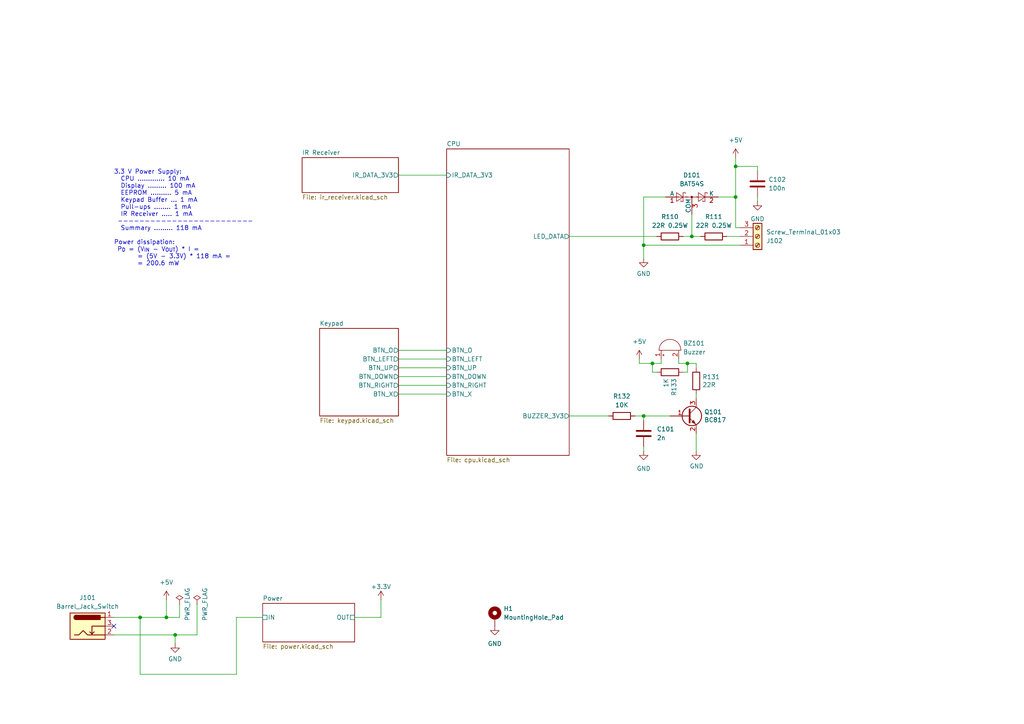
<source format=kicad_sch>
(kicad_sch (version 20231120) (generator "eeschema") (generator_version "8.0")
  (paper "A4")
  (title_block (title "ATtiny85 LED Controller") (date "2024-01-01") (company "Stefan Misik") (comment 1 "www.stefanmisik.com"))
  (lib_symbols
    (symbol "Connector:Barrel_Jack_Switch" (pin_names hide)
      (property "Reference" "J" (at 0 5.334 0))
      (property "Value" "Barrel_Jack_Switch" (at 0 -5.08 0))
      (symbol "Barrel_Jack_Switch_0_1"
        (rectangle (start -5.08 3.81) (end 5.08 -3.81) (stroke (width 0.254)) (fill (type background)))
        (arc (start -3.302 3.175) (mid -3.9343 2.54) (end -3.302 1.905) (stroke (width 0.254)))
        (arc (start -3.302 3.175) (mid -3.9343 2.54) (end -3.302 1.905) (stroke (width 0.254)) (fill (type outline)))
        (polyline (pts (xy 1.27 -2.286) (xy 1.905 -1.651)) (stroke (width 0.254)))
        (polyline (pts (xy 5.08 2.54) (xy 3.81 2.54)) (stroke (width 0.254)))
        (polyline (pts (xy 5.08 0) (xy 1.27 0) (xy 1.27 -2.286) (xy 0.635 -1.651)) (stroke (width 0.254)))
        (polyline (pts (xy -3.81 -2.54) (xy -2.54 -2.54) (xy -1.27 -1.27) (xy 0 -2.54) (xy 2.54 -2.54) (xy 5.08 -2.54)) (stroke (width 0.254)))
        (rectangle (start 3.683 3.175) (end -3.302 1.905) (stroke (width 0.254)) (fill (type outline)))
      )
      (symbol "Barrel_Jack_Switch_1_1"
        (pin passive line (at 7.62 2.54 180) (length 2.54) (name "~") (number "1"))
        (pin passive line (at 7.62 -2.54 180) (length 2.54) (name "~") (number "2"))
        (pin passive line (at 7.62 0 180) (length 2.54) (name "~") (number "3"))
      )
    )
    (symbol "Connector:Screw_Terminal_01x03" (pin_names (offset 1.016) hide)
      (property "Reference" "J" (at 0 5.08 0))
      (property "Value" "Screw_Terminal_01x03" (at 0 -5.08 0))
      (symbol "Screw_Terminal_01x03_1_1"
        (rectangle (start -1.27 3.81) (end 1.27 -3.81) (stroke (width 0.254)) (fill (type background)))
        (circle (center 0 -2.54) (radius 0.635) (stroke (width 0.1524)))
        (polyline (pts (xy -0.5334 -2.2098) (xy 0.3302 -3.048)) (stroke (width 0.1524)))
        (polyline (pts (xy -0.5334 0.3302) (xy 0.3302 -0.508)) (stroke (width 0.1524)))
        (polyline (pts (xy -0.5334 2.8702) (xy 0.3302 2.032)) (stroke (width 0.1524)))
        (polyline (pts (xy -0.3556 -2.032) (xy 0.508 -2.8702)) (stroke (width 0.1524)))
        (polyline (pts (xy -0.3556 0.508) (xy 0.508 -0.3302)) (stroke (width 0.1524)))
        (polyline (pts (xy -0.3556 3.048) (xy 0.508 2.2098)) (stroke (width 0.1524)))
        (circle (center 0 0) (radius 0.635) (stroke (width 0.1524)))
        (circle (center 0 2.54) (radius 0.635) (stroke (width 0.1524)))
        (pin passive line (at -5.08 2.54 0) (length 3.81) (name "Pin_1") (number "1"))
        (pin passive line (at -5.08 0 0) (length 3.81) (name "Pin_2") (number "2"))
        (pin passive line (at -5.08 -2.54 0) (length 3.81) (name "Pin_3") (number "3"))
      )
    )
    (symbol "Device:Buzzer" (pin_names (offset 0.0254) hide)
      (property "Reference" "BZ" (at 3.81 1.27 0))
      (property "Value" "Buzzer" (at 3.81 -1.27 0))
      (symbol "Buzzer_0_1"
        (arc (start 0 -3.175) (mid 3.1612 0) (end 0 3.175))
        (polyline (pts (xy -1.651 1.905) (xy -1.143 1.905)))
        (polyline (pts (xy -1.397 2.159) (xy -1.397 1.651)))
        (polyline (pts (xy 0 3.175) (xy 0 -3.175)))
      )
      (symbol "Buzzer_1_1"
        (pin passive line (at -2.54 2.54 0) (length 2.54) (name "+") (number "1"))
        (pin passive line (at -2.54 -2.54 0) (length 2.54) (name "-") (number "2"))
      )
    )
    (symbol "Device:C" (pin_numbers hide) (pin_names (offset 0.254))
      (property "Reference" "C" (at 0.635 2.54 0))
      (property "Value" "C" (at 0.635 -2.54 0))
      (symbol "C_0_1"
        (polyline (pts (xy -2.032 -0.762) (xy 2.032 -0.762)) (stroke (width 0.508)))
        (polyline (pts (xy -2.032 0.762) (xy 2.032 0.762)) (stroke (width 0.508)))
      )
      (symbol "C_1_1"
        (pin passive line (at 0 3.81 270) (length 2.794) (name "~") (number "1"))
        (pin passive line (at 0 -3.81 90) (length 2.794) (name "~") (number "2"))
      )
    )
    (symbol "Device:Q_NPN_BEC" (pin_names (offset 0) hide)
      (property "Reference" "Q" (at 5.08 1.27 0))
      (property "Value" "Q_NPN_BEC" (at 5.08 -1.27 0))
      (symbol "Q_NPN_BEC_0_1"
        (polyline (pts (xy 0.635 0.635) (xy 2.54 2.54)))
        (polyline (pts (xy 0.635 -0.635) (xy 2.54 -2.54) (xy 2.54 -2.54)))
        (polyline (pts (xy 0.635 1.905) (xy 0.635 -1.905) (xy 0.635 -1.905)) (stroke (width 0.508)))
        (polyline (pts (xy 1.27 -1.778) (xy 1.778 -1.27) (xy 2.286 -2.286) (xy 1.27 -1.778) (xy 1.27 -1.778)) (fill (type outline)))
        (circle (center 1.27 0) (radius 2.8194) (stroke (width 0.254)))
      )
      (symbol "Q_NPN_BEC_1_1"
        (pin input line (at -5.08 0 0) (length 5.715) (name "B") (number "1"))
        (pin passive line (at 2.54 -5.08 90) (length 2.54) (name "E") (number "2"))
        (pin passive line (at 2.54 5.08 270) (length 2.54) (name "C") (number "3"))
      )
    )
    (symbol "Device:R" (pin_numbers hide) (pin_names (offset 0))
      (property "Reference" "R" (at 2.032 0 90))
      (property "Value" "R" (at 0 0 90))
      (symbol "R_0_1"
        (rectangle (start -1.016 -2.54) (end 1.016 2.54) (stroke (width 0.254)))
      )
      (symbol "R_1_1"
        (pin passive line (at 0 3.81 270) (length 1.27) (name "~") (number "1"))
        (pin passive line (at 0 -3.81 90) (length 1.27) (name "~") (number "2"))
      )
    )
    (symbol "Diode:BAT54S" (pin_names (offset 0))
      (property "Reference" "D" (at 2.54 -5.08 0))
      (property "Value" "BAT54S" (at -6.35 3.175 0))
      (symbol "BAT54S_0_1"
        (polyline (pts (xy -3.81 0) (xy -1.27 0)))
        (polyline (pts (xy -3.175 -1.27) (xy -3.175 -1.016)))
        (polyline (pts (xy -2.54 -1.27) (xy -3.175 -1.27)))
        (polyline (pts (xy -2.54 -1.27) (xy -2.54 1.27)))
        (polyline (pts (xy -2.54 1.27) (xy -1.905 1.27)))
        (polyline (pts (xy -1.905 0) (xy 1.905 0)))
        (polyline (pts (xy -1.905 1.27) (xy -1.905 1.016)))
        (polyline (pts (xy 1.27 0) (xy 3.81 0)))
        (polyline (pts (xy 3.175 -1.27) (xy 3.175 -1.016)))
        (polyline (pts (xy 3.81 -1.27) (xy 3.175 -1.27)))
        (polyline (pts (xy 3.81 -1.27) (xy 3.81 1.27)))
        (polyline (pts (xy 3.81 1.27) (xy 4.445 1.27)))
        (polyline (pts (xy 4.445 1.27) (xy 4.445 1.016)))
        (polyline (pts (xy -4.445 1.27) (xy -4.445 -1.27) (xy -2.54 0) (xy -4.445 1.27)))
        (polyline (pts (xy 1.905 1.27) (xy 1.905 -1.27) (xy 3.81 0) (xy 1.905 1.27)))
        (circle (center 0 0) (radius 0.254) (fill (type outline)))
      )
      (symbol "BAT54S_1_1"
        (pin passive line (at -7.62 0 0) (length 3.81) (name "A") (number "1"))
        (pin passive line (at 7.62 0 180) (length 3.81) (name "K") (number "2"))
        (pin passive line (at 0 -5.08 90) (length 5.08) (name "COM") (number "3"))
      )
    )
    (symbol "Mechanical:MountingHole_Pad" (pin_numbers hide) (pin_names (offset 1.016) hide) (exclude_from_sim yes) (in_bom no)
      (property "Reference" "H" (at 0 6.35 0))
      (property "Value" "MountingHole_Pad" (at 0 4.445 0))
      (symbol "MountingHole_Pad_0_1"
        (circle (center 0 1.27) (radius 1.27) (stroke (width 1.27)))
      )
      (symbol "MountingHole_Pad_1_1"
        (pin input line (at 0 -2.54 90) (length 2.54) (name "1") (number "1"))
      )
    )
    (symbol "power:+3.3V" (power) (pin_numbers hide) (pin_names (offset 0) hide)
      (property "Value" "+3.3V" (at 0 3.556 0))
      (symbol "+3.3V_0_1"
        (polyline (pts (xy -0.762 1.27) (xy 0 2.54)))
        (polyline (pts (xy 0 0) (xy 0 2.54)))
        (polyline (pts (xy 0 2.54) (xy 0.762 1.27)))
      )
      (symbol "+3.3V_1_1"
        (pin power_in line (at 0 0 90) (length 0) (name "~") (number "1"))
      )
    )
    (symbol "power:+5V" (power) (pin_numbers hide) (pin_names (offset 0) hide)
      (property "Value" "+5V" (at 0 3.556 0))
      (symbol "+5V_0_1"
        (polyline (pts (xy -0.762 1.27) (xy 0 2.54)))
        (polyline (pts (xy 0 0) (xy 0 2.54)))
        (polyline (pts (xy 0 2.54) (xy 0.762 1.27)))
      )
      (symbol "+5V_1_1"
        (pin power_in line (at 0 0 90) (length 0) (name "~") (number "1"))
      )
    )
    (symbol "power:GND" (power) (pin_numbers hide) (pin_names (offset 0) hide)
      (property "Value" "GND" (at 0 -3.81 0))
      (symbol "GND_0_1"
        (polyline (pts (xy 0 0) (xy 0 -1.27) (xy 1.27 -1.27) (xy 0 -2.54) (xy -1.27 -1.27) (xy 0 -1.27)))
      )
      (symbol "GND_1_1"
        (pin power_in line (at 0 0 270) (length 0) (name "~") (number "1"))
      )
    )
    (symbol "power:PWR_FLAG" (power) (pin_numbers hide) (pin_names (offset 0) hide)
      (property "Value" "PWR_FLAG" (at 0 3.81 0))
      (symbol "PWR_FLAG_0_0"
        (pin power_out line (at 0 0 90) (length 0) (name "~") (number "1"))
      )
      (symbol "PWR_FLAG_0_1"
        (polyline (pts (xy 0 0) (xy 0 1.27) (xy -1.016 1.905) (xy 0 2.54) (xy 1.016 1.905) (xy 0 1.27)))
      )
    )
  )
  (junction (at 40.64 179.07))
  (junction (at 213.36 57.15))
  (junction (at 200.66 68.58))
  (junction (at 50.8 184.15))
  (junction (at 213.36 48.26))
  (junction (at 199.39 105.41))
  (junction (at 189.23 105.41))
  (junction (at 186.69 120.65))
  (junction (at 186.69 71.12))
  (junction (at 48.26 179.07))
  (no_connect (at 33.02 181.61))
  (wire (pts (xy 201.93 115.57) (xy 201.93 114.3)))
  (wire (pts (xy 165.1 120.65) (xy 176.53 120.65)))
  (wire (pts (xy 48.26 173.99) (xy 48.26 179.07)))
  (wire (pts (xy 33.02 184.15) (xy 50.8 184.15)))
  (wire (pts (xy 208.28 57.15) (xy 213.36 57.15)))
  (wire (pts (xy 115.57 104.14) (xy 129.54 104.14)))
  (wire (pts (xy 198.12 68.58) (xy 200.66 68.58)))
  (wire (pts (xy 185.42 105.41) (xy 189.23 105.41)))
  (wire (pts (xy 186.69 71.12) (xy 186.69 57.15)))
  (wire (pts (xy 200.66 68.58) (xy 203.2 68.58)))
  (wire (pts (xy 186.69 74.93) (xy 186.69 71.12)))
  (wire (pts (xy 196.85 105.41) (xy 199.39 105.41)))
  (wire (pts (xy 213.36 57.15) (xy 213.36 66.04)))
  (wire (pts (xy 68.58 179.07) (xy 76.2 179.07)))
  (wire (pts (xy 200.66 62.23) (xy 200.66 68.58)))
  (wire (pts (xy 210.82 68.58) (xy 214.63 68.58)))
  (wire (pts (xy 115.57 106.68) (xy 129.54 106.68)))
  (wire (pts (xy 185.42 104.14) (xy 185.42 105.41)))
  (wire (pts (xy 40.64 195.58) (xy 68.58 195.58)))
  (wire (pts (xy 186.69 120.65) (xy 194.31 120.65)))
  (wire (pts (xy 52.07 175.26) (xy 52.07 179.07)))
  (wire (pts (xy 213.36 66.04) (xy 214.63 66.04)))
  (wire (pts (xy 184.15 120.65) (xy 186.69 120.65)))
  (wire (pts (xy 186.69 57.15) (xy 193.04 57.15)))
  (wire (pts (xy 198.12 107.95) (xy 199.39 107.95)))
  (wire (pts (xy 57.15 175.26) (xy 57.15 184.15)))
  (wire (pts (xy 186.69 120.65) (xy 186.69 121.92)))
  (wire (pts (xy 196.85 104.14) (xy 196.85 105.41)))
  (wire (pts (xy 189.23 105.41) (xy 191.77 105.41)))
  (wire (pts (xy 115.57 109.22) (xy 129.54 109.22)))
  (wire (pts (xy 110.49 173.99) (xy 110.49 179.07)))
  (wire (pts (xy 213.36 45.72) (xy 213.36 48.26)))
  (wire (pts (xy 48.26 179.07) (xy 52.07 179.07)))
  (wire (pts (xy 189.23 107.95) (xy 189.23 105.41)))
  (wire (pts (xy 115.57 114.3) (xy 129.54 114.3)))
  (wire (pts (xy 219.71 58.42) (xy 219.71 57.15)))
  (wire (pts (xy 219.71 48.26) (xy 213.36 48.26)))
  (wire (pts (xy 50.8 184.15) (xy 50.8 186.69)))
  (wire (pts (xy 213.36 48.26) (xy 213.36 57.15)))
  (wire (pts (xy 40.64 179.07) (xy 40.64 195.58)))
  (wire (pts (xy 219.71 49.53) (xy 219.71 48.26)))
  (wire (pts (xy 50.8 184.15) (xy 57.15 184.15)))
  (wire (pts (xy 191.77 105.41) (xy 191.77 104.14)))
  (wire (pts (xy 201.93 125.73) (xy 201.93 130.81)))
  (wire (pts (xy 40.64 179.07) (xy 48.26 179.07)))
  (wire (pts (xy 201.93 105.41) (xy 201.93 106.68)))
  (wire (pts (xy 68.58 195.58) (xy 68.58 179.07)))
  (wire (pts (xy 186.69 129.54) (xy 186.69 130.81)))
  (wire (pts (xy 199.39 107.95) (xy 199.39 105.41)))
  (wire (pts (xy 186.69 71.12) (xy 214.63 71.12)))
  (wire (pts (xy 199.39 105.41) (xy 201.93 105.41)))
  (wire (pts (xy 115.57 111.76) (xy 129.54 111.76)))
  (wire (pts (xy 115.57 50.8) (xy 129.54 50.8)))
  (wire (pts (xy 190.5 107.95) (xy 189.23 107.95)))
  (wire (pts (xy 115.57 101.6) (xy 129.54 101.6)))
  (wire (pts (xy 33.02 179.07) (xy 40.64 179.07)))
  (wire (pts (xy 102.87 179.07) (xy 110.49 179.07)))
  (wire (pts (xy 165.1 68.58) (xy 190.5 68.58)))
  (text "3.3 V Power Supply:\n  CPU ............. 10 mA\n  Display ......... 100 mA\n  EEPROM .......... 5 mA\n  Keypad Buffer ... 1 mA\n  Pull-ups ........ 1 mA\n  IR Receiver ..... 1 mA\n -------------------------\n  Summary ......... 118 mA\n\nPower dissipation:\n P_{D} = (V_{IN} - V_{OUT}) * I = \n       = (5V - 3.3V) * 118 mA = \n       = 200.6 mW" (at 33.02 63.246 0) (effects (font (size 1.27 1.27)) (justify left)))
  (symbol (lib_id "Device:R") (at 194.31 107.95 270) (unit 1)
    (property "Reference" "R133" (at 195.4784 109.728 0) (effects (justify left)))
    (property "Value" "1K" (at 193.167 109.728 0) (effects (justify left)))
    (property "Footprint" "Resistor_SMD:R_0805_2012Metric_Pad1.20x1.40mm_HandSolder" (effects (hide yes)))
    (property "Description" "Resistor" (effects (hide yes)))
  )
  (symbol (lib_id "Connector:Screw_Terminal_01x03") (at 219.71 68.58 0) (mirror x) (unit 1)
    (property "Reference" "J102" (at 222.25 69.85 0) (effects (justify left)))
    (property "Value" "Screw_Terminal_01x03" (at 222.25 67.31 0) (effects (justify left)))
    (property "Footprint" "TerminalBlock_Phoenix:TerminalBlock_Phoenix_MKDS-1,5-3_1x03_P5.00mm_Horizontal" (effects (hide yes)))
    (property "Description" "Generic screw terminal, single row, 01x03, script generated (kicad-library-utils/schlib/autogen/connector/)" (effects (hide yes)))
  )
  (symbol (lib_id "Device:C") (at 219.71 53.34 0) (unit 1)
    (property "Reference" "C102" (at 222.885 52.07 0) (effects (justify left)))
    (property "Value" "100n" (at 222.885 54.61 0) (effects (justify left)))
    (property "Footprint" "Capacitor_SMD:C_0805_2012Metric_Pad1.18x1.45mm_HandSolder" (effects (hide yes)))
    (property "Description" "Unpolarized capacitor" (effects (hide yes)))
  )
  (symbol (lib_id "Device:R") (at 207.01 68.58 90) (unit 1)
    (property "Reference" "R111" (at 207.01 62.865 90))
    (property "Value" "22R 0.25W" (at 207.01 65.405 90))
    (property "Footprint" "Resistor_SMD:R_1206_3216Metric_Pad1.30x1.75mm_HandSolder" (effects (hide yes)))
    (property "Description" "Resistor" (effects (hide yes)))
  )
  (symbol (lib_id "Device:Q_NPN_BEC") (at 199.39 120.65 0) (unit 1)
    (property "Reference" "Q101" (at 204.2414 119.4816 0) (effects (justify left)))
    (property "Value" "BC817" (at 204.2414 121.793 0) (effects (justify left)))
    (property "Footprint" "Package_TO_SOT_SMD:SOT-23_Handsoldering" (effects (hide yes)))
    (property "Description" "NPN transistor, base/emitter/collector" (effects (hide yes)))
  )
  (symbol (lib_id "Device:R") (at 194.31 68.58 90) (unit 1)
    (property "Reference" "R110" (at 194.31 62.865 90))
    (property "Value" "22R 0.25W" (at 194.31 65.405 90))
    (property "Footprint" "Resistor_SMD:R_1206_3216Metric_Pad1.30x1.75mm_HandSolder" (effects (hide yes)))
    (property "Description" "Resistor" (effects (hide yes)))
  )
  (symbol (lib_id "power:GND") (at 186.69 130.81 0) (unit 1)
    (property "Reference" "#PWR06" (effects (hide yes)))
    (property "Value" "GND" (at 186.69 135.89 0))
    (property "Description" "Power symbol creates a global label with name \"GND\" , ground" (effects (hide yes)))
  )
  (symbol (lib_id "Device:R") (at 201.93 110.49 0) (unit 1)
    (property "Reference" "R131" (at 203.708 109.3216 0) (effects (justify left)))
    (property "Value" "22R" (at 203.708 111.633 0) (effects (justify left)))
    (property "Footprint" "Resistor_SMD:R_0805_2012Metric_Pad1.20x1.40mm_HandSolder" (effects (hide yes)))
    (property "Description" "Resistor" (effects (hide yes)))
  )
  (symbol (lib_id "Diode:BAT54S") (at 200.66 57.15 0) (unit 1)
    (property "Reference" "D101" (at 200.66 50.8 0))
    (property "Value" "BAT54S" (at 200.66 53.34 0))
    (property "Footprint" "Package_TO_SOT_SMD:SOT-23" (effects (hide yes)))
    (property "Datasheet" "https://www.diodes.com/assets/Datasheets/ds11005.pdf" (effects (hide yes)))
    (property "Description" "Vr 30V, If 200mA, Dual schottky barrier diode, in series, SOT-323" (effects (hide yes)))
  )
  (symbol (lib_id "power:GND") (at 186.69 74.93 0) (unit 1)
    (property "Reference" "#PWR0108" (effects (hide yes)))
    (property "Value" "GND" (at 186.69 79.375 0))
    (property "Description" "Power symbol creates a global label with name \"GND\" , ground" (effects (hide yes)))
  )
  (symbol (lib_id "Device:R") (at 180.34 120.65 90) (unit 1)
    (property "Reference" "R132" (at 180.34 114.935 90))
    (property "Value" "10K" (at 180.34 117.475 90))
    (property "Footprint" "Resistor_SMD:R_0805_2012Metric_Pad1.20x1.40mm_HandSolder" (effects (hide yes)))
    (property "Description" "Resistor" (effects (hide yes)))
  )
  (symbol (lib_id "power:GND") (at 143.51 181.61 0) (unit 1)
    (property "Reference" "#PWR01" (effects (hide yes)))
    (property "Value" "GND" (at 143.51 186.69 0))
    (property "Description" "Power symbol creates a global label with name \"GND\" , ground" (effects (hide yes)))
  )
  (symbol (lib_id "power:+5V") (at 213.36 45.72 0) (unit 1)
    (property "Reference" "#PWR0107" (effects (hide yes)))
    (property "Value" "+5V" (at 213.36 40.64 0))
    (property "Description" "Power symbol creates a global label with name \"+5V\"" (effects (hide yes)))
  )
  (symbol (lib_id "power:+5V") (at 185.42 104.14 0) (unit 1)
    (property "Reference" "#PWR0113" (effects (hide yes)))
    (property "Value" "+5V" (at 185.42 99.06 0))
    (property "Description" "Power symbol creates a global label with name \"+5V\"" (effects (hide yes)))
  )
  (symbol (lib_id "power:+3.3V") (at 110.49 173.99 0) (unit 1)
    (property "Reference" "#PWR0103" (effects (hide yes)))
    (property "Value" "+3.3V" (at 110.49 170.18 0))
    (property "Description" "Power symbol creates a global label with name \"+3.3V\"" (effects (hide yes)))
  )
  (symbol (lib_id "power:PWR_FLAG") (at 57.15 175.26 0) (unit 1)
    (property "Reference" "#FLG0102" (effects (hide yes)))
    (property "Value" "PWR_FLAG" (at 59.436 175.26 90))
    (property "Description" "Special symbol for telling ERC where power comes from" (effects (hide yes)))
  )
  (symbol (lib_id "Device:Buzzer") (at 194.31 101.6 90) (unit 1)
    (property "Reference" "BZ101" (at 198.12 99.5748 90) (effects (justify right)))
    (property "Value" "Buzzer" (at 198.12 102.1148 90) (effects (justify right)))
    (property "Footprint" "project-specific:Buzzer_Stacked" (effects (hide yes)))
    (property "Description" "Buzzer, polarized" (effects (hide yes)))
  )
  (symbol (lib_id "Connector:Barrel_Jack_Switch") (at 25.4 181.61 0) (unit 1)
    (property "Reference" "J101" (at 25.4 173.355 0))
    (property "Value" "Barrel_Jack_Switch" (at 25.4 175.895 0))
    (property "Footprint" "Connector_BarrelJack:BarrelJack_GCT_DCJ200-10-A_Horizontal" (effects (hide yes)))
    (property "Description" "DC Barrel Jack with an internal switch" (effects (hide yes)))
  )
  (symbol (lib_id "power:+5V") (at 48.26 173.99 0) (unit 1)
    (property "Reference" "#PWR0101" (effects (hide yes)))
    (property "Value" "+5V" (at 48.26 168.91 0))
    (property "Description" "Power symbol creates a global label with name \"+5V\"" (effects (hide yes)))
  )
  (symbol (lib_id "power:GND") (at 50.8 186.69 0) (unit 1)
    (property "Reference" "#PWR0102" (effects (hide yes)))
    (property "Value" "GND" (at 50.8 191.135 0))
    (property "Description" "Power symbol creates a global label with name \"GND\" , ground" (effects (hide yes)))
  )
  (symbol (lib_id "power:GND") (at 219.71 58.42 0) (unit 1)
    (property "Reference" "#PWR0111" (effects (hide yes)))
    (property "Value" "GND" (at 219.71 63.5 0))
    (property "Description" "Power symbol creates a global label with name \"GND\" , ground" (effects (hide yes)))
  )
  (symbol (lib_id "Mechanical:MountingHole_Pad") (at 143.51 179.07 0) (unit 1) (exclude_from_sim yes) (in_bom no)
    (property "Reference" "H1" (at 146.05 176.5299 0) (effects (justify left)))
    (property "Value" "MountingHole_Pad" (at 146.05 179.0699 0) (effects (justify left)))
    (property "Footprint" "MountingHole:MountingHole_2.5mm_Pad_TopBottom" (effects (hide yes)))
    (property "Description" "Mounting Hole with connection" (effects (hide yes)))
  )
  (symbol (lib_id "Device:C") (at 186.69 125.73 0) (unit 1)
    (property "Reference" "C101" (at 190.5 124.4599 0) (effects (justify left)))
    (property "Value" "2n" (at 190.5 126.9999 0) (effects (justify left)))
    (property "Footprint" "Capacitor_SMD:C_0805_2012Metric_Pad1.18x1.45mm_HandSolder" (effects (hide yes)))
    (property "Description" "Unpolarized capacitor" (effects (hide yes)))
  )
  (symbol (lib_id "power:GND") (at 201.93 130.81 0) (unit 1)
    (property "Reference" "#PWR0112" (effects (hide yes)))
    (property "Value" "GND" (at 202.057 135.2042 0))
    (property "Description" "Power symbol creates a global label with name \"GND\" , ground" (effects (hide yes)))
  )
  (symbol (lib_id "power:PWR_FLAG") (at 52.07 175.26 0) (unit 1)
    (property "Reference" "#FLG0101" (effects (hide yes)))
    (property "Value" "PWR_FLAG" (at 54.356 175.26 90))
    (property "Description" "Special symbol for telling ERC where power comes from" (effects (hide yes)))
  )
  (sheet (at 87.63 45.72) (size 27.94 10.16) (stroke (width 0.1524))
    (property "Sheetname" "IR Receiver" (at 87.63 45.0084 0) (effects (justify left bottom)))
    (property "Sheetfile" "ir_receiver.kicad_sch" (at 87.63 56.4646 0) (effects (justify left top)))
    (pin "IR_DATA_3V3" output (at 115.57 50.8 0))
  )
  (sheet (at 129.54 43.18) (size 35.56 88.9) (stroke (width 0.1524))
    (property "Sheetname" "CPU" (at 129.54 42.4684 0) (effects (justify left bottom)))
    (property "Sheetfile" "cpu.kicad_sch" (at 129.54 132.6646 0) (effects (justify left top)))
    (pin "LED_DATA" output (at 165.1 68.58 0))
    (pin "BUZZER_3V3" output (at 165.1 120.65 0))
    (pin "IR_DATA_3V3" input (at 129.54 50.8 180))
    (pin "BTN_O" input (at 129.54 101.6 180))
    (pin "BTN_LEFT" input (at 129.54 104.14 180))
    (pin "BTN_UP" input (at 129.54 106.68 180))
    (pin "BTN_DOWN" input (at 129.54 109.22 180))
    (pin "BTN_RIGHT" input (at 129.54 111.76 180))
    (pin "BTN_X" input (at 129.54 114.3 180))
  )
  (sheet (at 92.71 95.25) (size 22.86 25.4) (stroke (width 0.1524))
    (property "Sheetname" "Keypad" (at 92.71 94.5384 0) (effects (justify left bottom)))
    (property "Sheetfile" "keypad.kicad_sch" (at 92.71 121.2346 0) (effects (justify left top)))
    (pin "BTN_O" output (at 115.57 101.6 0))
    (pin "BTN_LEFT" output (at 115.57 104.14 0))
    (pin "BTN_UP" output (at 115.57 106.68 0))
    (pin "BTN_DOWN" output (at 115.57 109.22 0))
    (pin "BTN_RIGHT" output (at 115.57 111.76 0))
    (pin "BTN_X" output (at 115.57 114.3 0))
  )
  (sheet (at 76.2 175.006) (size 26.67 11.176) (stroke (width 0.1524))
    (property "Sheetname" "Power" (at 76.2 174.2944 0) (effects (justify left bottom)))
    (property "Sheetfile" "power.kicad_sch" (at 76.2 186.7666 0) (effects (justify left top)))
    (pin "OUT" passive (at 102.87 179.07 0))
    (pin "IN" passive (at 76.2 179.07 180))
  )
)
</source>
